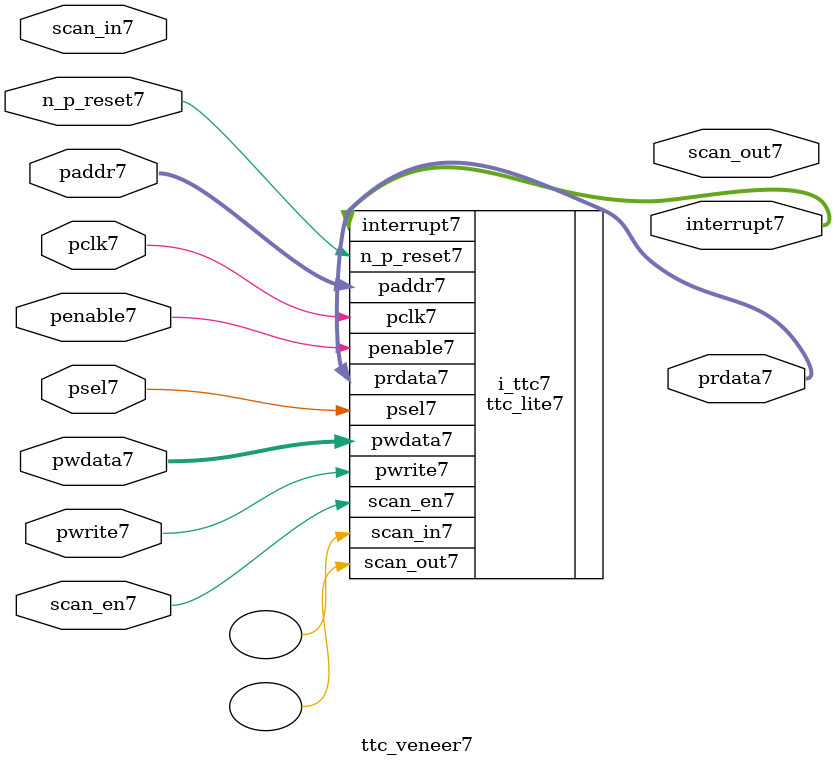
<source format=v>
module ttc_veneer7 (
           
           //inputs7
           n_p_reset7,
           pclk7,
           psel7,
           penable7,
           pwrite7,
           pwdata7,
           paddr7,
           scan_in7,
           scan_en7,

           //outputs7
           prdata7,
           interrupt7,
           scan_out7           

           );


//-----------------------------------------------------------------------------
// PORT DECLARATIONS7
//-----------------------------------------------------------------------------

   input         n_p_reset7;            //System7 Reset7
   input         pclk7;                 //System7 clock7
   input         psel7;                 //Select7 line
   input         penable7;              //Enable7
   input         pwrite7;               //Write line, 1 for write, 0 for read
   input [31:0]  pwdata7;               //Write data
   input [7:0]   paddr7;                //Address Bus7 register
   input         scan_in7;              //Scan7 chain7 input port
   input         scan_en7;              //Scan7 chain7 enable port
   
   output [31:0] prdata7;               //Read Data from the APB7 Interface7
   output [3:1]  interrupt7;            //Interrupt7 from PCI7 
   output        scan_out7;             //Scan7 chain7 output port

//##############################################################################
// if the TTC7 is NOT7 black7 boxed7 
//##############################################################################
`ifndef FV_KIT_BLACK_BOX_TTC7 

ttc_lite7 i_ttc7(

   //inputs7
   .n_p_reset7(n_p_reset7),
   .pclk7(pclk7),
   .psel7(psel7),
   .penable7(penable7),
   .pwrite7(pwrite7),
   .pwdata7(pwdata7),
   .paddr7(paddr7),
   .scan_in7(),
   .scan_en7(scan_en7),

   //outputs7
   .prdata7(prdata7),
   .interrupt7(interrupt7),
   .scan_out7()
);

`else 
//##############################################################################
// if the TTC7 is black7 boxed7 
//##############################################################################

   wire          n_p_reset7;            //System7 Reset7
   wire          pclk7;                 //System7 clock7
   wire          psel7;                 //Select7 line
   wire          penable7;              //Enable7
   wire          pwrite7;               //Write line, 1 for write, 0 for read
   wire  [31:0]  pwdata7;               //Write data
   wire  [7:0]   paddr7;                //Address Bus7 register
   wire          scan_in7;              //Scan7 chain7 wire  port
   wire          scan_en7;              //Scan7 chain7 enable port
   
   reg    [31:0] prdata7;               //Read Data from the APB7 Interface7
   reg    [3:1]  interrupt7;            //Interrupt7 from PCI7 
   reg           scan_out7;             //Scan7 chain7 reg    port

`endif
//##############################################################################
// black7 boxed7 defines7 
//##############################################################################

endmodule

</source>
